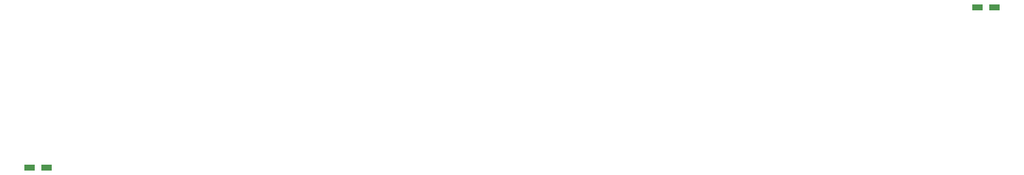
<source format=gtp>
G04 #@! TF.GenerationSoftware,KiCad,Pcbnew,(5.1.6-0-10_14)*
G04 #@! TF.CreationDate,2021-06-29T11:03:14+09:00*
G04 #@! TF.ProjectId,qPCR-panel_led_20210629,71504352-2d70-4616-9e65-6c5f6c65645f,rev?*
G04 #@! TF.SameCoordinates,Original*
G04 #@! TF.FileFunction,Paste,Top*
G04 #@! TF.FilePolarity,Positive*
%FSLAX46Y46*%
G04 Gerber Fmt 4.6, Leading zero omitted, Abs format (unit mm)*
G04 Created by KiCad (PCBNEW (5.1.6-0-10_14)) date 2021-06-29 11:03:14*
%MOMM*%
%LPD*%
G01*
G04 APERTURE LIST*
%ADD10R,1.200000X0.750000*%
G04 APERTURE END LIST*
D10*
X82980000Y-67392000D03*
X84880000Y-67392000D03*
X193520000Y-48992000D03*
X191620000Y-48992000D03*
M02*

</source>
